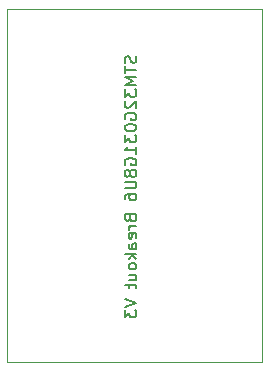
<source format=gbr>
G04 #@! TF.GenerationSoftware,KiCad,Pcbnew,(6.0.7)*
G04 #@! TF.CreationDate,2022-08-21T23:09:39-05:00*
G04 #@! TF.ProjectId,STM32QFN28Breakout,53544d33-3251-4464-9e32-38427265616b,rev?*
G04 #@! TF.SameCoordinates,Original*
G04 #@! TF.FileFunction,Legend,Bot*
G04 #@! TF.FilePolarity,Positive*
%FSLAX46Y46*%
G04 Gerber Fmt 4.6, Leading zero omitted, Abs format (unit mm)*
G04 Created by KiCad (PCBNEW (6.0.7)) date 2022-08-21 23:09:39*
%MOMM*%
%LPD*%
G01*
G04 APERTURE LIST*
G04 #@! TA.AperFunction,Profile*
%ADD10C,0.050000*%
G04 #@! TD*
%ADD11C,0.150000*%
G04 APERTURE END LIST*
D10*
X201300000Y-78800000D02*
X201300000Y-108700000D01*
X201300000Y-108700000D02*
X222900000Y-108700000D01*
X222900000Y-108700000D02*
X222900000Y-78800000D01*
X222900000Y-78800000D02*
X201300000Y-78800000D01*
D11*
X212240761Y-82830780D02*
X212288380Y-82973638D01*
X212288380Y-83211733D01*
X212240761Y-83306971D01*
X212193142Y-83354590D01*
X212097904Y-83402209D01*
X212002666Y-83402209D01*
X211907428Y-83354590D01*
X211859809Y-83306971D01*
X211812190Y-83211733D01*
X211764571Y-83021257D01*
X211716952Y-82926019D01*
X211669333Y-82878400D01*
X211574095Y-82830780D01*
X211478857Y-82830780D01*
X211383619Y-82878400D01*
X211336000Y-82926019D01*
X211288380Y-83021257D01*
X211288380Y-83259352D01*
X211336000Y-83402209D01*
X211288380Y-83687923D02*
X211288380Y-84259352D01*
X212288380Y-83973638D02*
X211288380Y-83973638D01*
X212288380Y-84592685D02*
X211288380Y-84592685D01*
X212002666Y-84926019D01*
X211288380Y-85259352D01*
X212288380Y-85259352D01*
X211288380Y-85640304D02*
X211288380Y-86259352D01*
X211669333Y-85926019D01*
X211669333Y-86068876D01*
X211716952Y-86164114D01*
X211764571Y-86211733D01*
X211859809Y-86259352D01*
X212097904Y-86259352D01*
X212193142Y-86211733D01*
X212240761Y-86164114D01*
X212288380Y-86068876D01*
X212288380Y-85783161D01*
X212240761Y-85687923D01*
X212193142Y-85640304D01*
X211383619Y-86640304D02*
X211336000Y-86687923D01*
X211288380Y-86783161D01*
X211288380Y-87021257D01*
X211336000Y-87116495D01*
X211383619Y-87164114D01*
X211478857Y-87211733D01*
X211574095Y-87211733D01*
X211716952Y-87164114D01*
X212288380Y-86592685D01*
X212288380Y-87211733D01*
X211336000Y-88164114D02*
X211288380Y-88068876D01*
X211288380Y-87926019D01*
X211336000Y-87783161D01*
X211431238Y-87687923D01*
X211526476Y-87640304D01*
X211716952Y-87592685D01*
X211859809Y-87592685D01*
X212050285Y-87640304D01*
X212145523Y-87687923D01*
X212240761Y-87783161D01*
X212288380Y-87926019D01*
X212288380Y-88021257D01*
X212240761Y-88164114D01*
X212193142Y-88211733D01*
X211859809Y-88211733D01*
X211859809Y-88021257D01*
X211288380Y-88830780D02*
X211288380Y-88926019D01*
X211336000Y-89021257D01*
X211383619Y-89068876D01*
X211478857Y-89116495D01*
X211669333Y-89164114D01*
X211907428Y-89164114D01*
X212097904Y-89116495D01*
X212193142Y-89068876D01*
X212240761Y-89021257D01*
X212288380Y-88926019D01*
X212288380Y-88830780D01*
X212240761Y-88735542D01*
X212193142Y-88687923D01*
X212097904Y-88640304D01*
X211907428Y-88592685D01*
X211669333Y-88592685D01*
X211478857Y-88640304D01*
X211383619Y-88687923D01*
X211336000Y-88735542D01*
X211288380Y-88830780D01*
X211288380Y-89497447D02*
X211288380Y-90116495D01*
X211669333Y-89783161D01*
X211669333Y-89926019D01*
X211716952Y-90021257D01*
X211764571Y-90068876D01*
X211859809Y-90116495D01*
X212097904Y-90116495D01*
X212193142Y-90068876D01*
X212240761Y-90021257D01*
X212288380Y-89926019D01*
X212288380Y-89640304D01*
X212240761Y-89545066D01*
X212193142Y-89497447D01*
X212288380Y-91068876D02*
X212288380Y-90497447D01*
X212288380Y-90783161D02*
X211288380Y-90783161D01*
X211431238Y-90687923D01*
X211526476Y-90592685D01*
X211574095Y-90497447D01*
X211336000Y-92021257D02*
X211288380Y-91926019D01*
X211288380Y-91783161D01*
X211336000Y-91640304D01*
X211431238Y-91545066D01*
X211526476Y-91497447D01*
X211716952Y-91449828D01*
X211859809Y-91449828D01*
X212050285Y-91497447D01*
X212145523Y-91545066D01*
X212240761Y-91640304D01*
X212288380Y-91783161D01*
X212288380Y-91878399D01*
X212240761Y-92021257D01*
X212193142Y-92068876D01*
X211859809Y-92068876D01*
X211859809Y-91878399D01*
X211716952Y-92640304D02*
X211669333Y-92545066D01*
X211621714Y-92497447D01*
X211526476Y-92449828D01*
X211478857Y-92449828D01*
X211383619Y-92497447D01*
X211336000Y-92545066D01*
X211288380Y-92640304D01*
X211288380Y-92830780D01*
X211336000Y-92926019D01*
X211383619Y-92973638D01*
X211478857Y-93021257D01*
X211526476Y-93021257D01*
X211621714Y-92973638D01*
X211669333Y-92926019D01*
X211716952Y-92830780D01*
X211716952Y-92640304D01*
X211764571Y-92545066D01*
X211812190Y-92497447D01*
X211907428Y-92449828D01*
X212097904Y-92449828D01*
X212193142Y-92497447D01*
X212240761Y-92545066D01*
X212288380Y-92640304D01*
X212288380Y-92830780D01*
X212240761Y-92926019D01*
X212193142Y-92973638D01*
X212097904Y-93021257D01*
X211907428Y-93021257D01*
X211812190Y-92973638D01*
X211764571Y-92926019D01*
X211716952Y-92830780D01*
X211288380Y-93449828D02*
X212097904Y-93449828D01*
X212193142Y-93497447D01*
X212240761Y-93545066D01*
X212288380Y-93640304D01*
X212288380Y-93830780D01*
X212240761Y-93926019D01*
X212193142Y-93973638D01*
X212097904Y-94021257D01*
X211288380Y-94021257D01*
X211288380Y-94926019D02*
X211288380Y-94735542D01*
X211336000Y-94640304D01*
X211383619Y-94592685D01*
X211526476Y-94497447D01*
X211716952Y-94449828D01*
X212097904Y-94449828D01*
X212193142Y-94497447D01*
X212240761Y-94545066D01*
X212288380Y-94640304D01*
X212288380Y-94830780D01*
X212240761Y-94926019D01*
X212193142Y-94973638D01*
X212097904Y-95021257D01*
X211859809Y-95021257D01*
X211764571Y-94973638D01*
X211716952Y-94926019D01*
X211669333Y-94830780D01*
X211669333Y-94640304D01*
X211716952Y-94545066D01*
X211764571Y-94497447D01*
X211859809Y-94449828D01*
X211764571Y-96545066D02*
X211812190Y-96687923D01*
X211859809Y-96735542D01*
X211955047Y-96783161D01*
X212097904Y-96783161D01*
X212193142Y-96735542D01*
X212240761Y-96687923D01*
X212288380Y-96592685D01*
X212288380Y-96211733D01*
X211288380Y-96211733D01*
X211288380Y-96545066D01*
X211336000Y-96640304D01*
X211383619Y-96687923D01*
X211478857Y-96735542D01*
X211574095Y-96735542D01*
X211669333Y-96687923D01*
X211716952Y-96640304D01*
X211764571Y-96545066D01*
X211764571Y-96211733D01*
X212288380Y-97211733D02*
X211621714Y-97211733D01*
X211812190Y-97211733D02*
X211716952Y-97259352D01*
X211669333Y-97306971D01*
X211621714Y-97402209D01*
X211621714Y-97497447D01*
X212240761Y-98211733D02*
X212288380Y-98116495D01*
X212288380Y-97926019D01*
X212240761Y-97830780D01*
X212145523Y-97783161D01*
X211764571Y-97783161D01*
X211669333Y-97830780D01*
X211621714Y-97926019D01*
X211621714Y-98116495D01*
X211669333Y-98211733D01*
X211764571Y-98259352D01*
X211859809Y-98259352D01*
X211955047Y-97783161D01*
X212288380Y-99116495D02*
X211764571Y-99116495D01*
X211669333Y-99068876D01*
X211621714Y-98973638D01*
X211621714Y-98783161D01*
X211669333Y-98687923D01*
X212240761Y-99116495D02*
X212288380Y-99021257D01*
X212288380Y-98783161D01*
X212240761Y-98687923D01*
X212145523Y-98640304D01*
X212050285Y-98640304D01*
X211955047Y-98687923D01*
X211907428Y-98783161D01*
X211907428Y-99021257D01*
X211859809Y-99116495D01*
X212288380Y-99592685D02*
X211288380Y-99592685D01*
X211907428Y-99687923D02*
X212288380Y-99973638D01*
X211621714Y-99973638D02*
X212002666Y-99592685D01*
X212288380Y-100545066D02*
X212240761Y-100449828D01*
X212193142Y-100402209D01*
X212097904Y-100354590D01*
X211812190Y-100354590D01*
X211716952Y-100402209D01*
X211669333Y-100449828D01*
X211621714Y-100545066D01*
X211621714Y-100687923D01*
X211669333Y-100783161D01*
X211716952Y-100830780D01*
X211812190Y-100878399D01*
X212097904Y-100878399D01*
X212193142Y-100830780D01*
X212240761Y-100783161D01*
X212288380Y-100687923D01*
X212288380Y-100545066D01*
X211621714Y-101735542D02*
X212288380Y-101735542D01*
X211621714Y-101306971D02*
X212145523Y-101306971D01*
X212240761Y-101354590D01*
X212288380Y-101449828D01*
X212288380Y-101592685D01*
X212240761Y-101687923D01*
X212193142Y-101735542D01*
X211621714Y-102068876D02*
X211621714Y-102449828D01*
X211288380Y-102211733D02*
X212145523Y-102211733D01*
X212240761Y-102259352D01*
X212288380Y-102354590D01*
X212288380Y-102449828D01*
X211288380Y-103402209D02*
X212288380Y-103735542D01*
X211288380Y-104068876D01*
X211288380Y-104306971D02*
X211288380Y-104926019D01*
X211669333Y-104592685D01*
X211669333Y-104735542D01*
X211716952Y-104830780D01*
X211764571Y-104878399D01*
X211859809Y-104926019D01*
X212097904Y-104926019D01*
X212193142Y-104878399D01*
X212240761Y-104830780D01*
X212288380Y-104735542D01*
X212288380Y-104449828D01*
X212240761Y-104354590D01*
X212193142Y-104306971D01*
M02*

</source>
